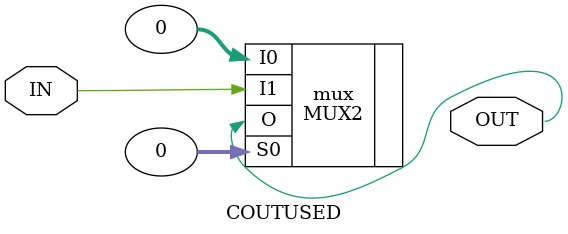
<source format=v>
`include "../../../../../vpr/muxes/logic/mux2/mux2.sim.v"

module COUTUSED(IN, OUT);
	input wire IN;

	parameter S = 0;
	output wire OUT;

	MUX2 mux (
		.I0(0),
		.I1(IN),
		.S0(S),
		.O(OUT)
	);
endmodule

</source>
